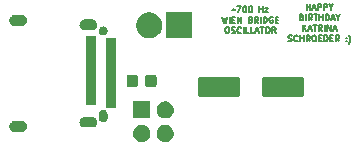
<source format=gts>
G04 #@! TF.GenerationSoftware,KiCad,Pcbnew,(5.1.0-47-g8a7e501fe)*
G04 #@! TF.CreationDate,2019-04-01T01:15:26-05:00*
G04 #@! TF.ProjectId,usb_c_wien_bridge,7573625f-635f-4776-9965-6e5f62726964,0.1a*
G04 #@! TF.SameCoordinates,Original*
G04 #@! TF.FileFunction,Soldermask,Top*
G04 #@! TF.FilePolarity,Negative*
%FSLAX46Y46*%
G04 Gerber Fmt 4.6, Leading zero omitted, Abs format (unit mm)*
G04 Created by KiCad (PCBNEW (5.1.0-47-g8a7e501fe)) date 2019-04-01 01:15:26*
%MOMM*%
%LPD*%
G04 APERTURE LIST*
%ADD10C,0.127000*%
%ADD11C,0.100000*%
G04 APERTURE END LIST*
D10*
X145110200Y-90511085D02*
X145134390Y-90486895D01*
X145182771Y-90462704D01*
X145279533Y-90511085D01*
X145327914Y-90486895D01*
X145352104Y-90462704D01*
X145497247Y-90196609D02*
X145835914Y-90196609D01*
X145618200Y-90704609D01*
X146126200Y-90196609D02*
X146174580Y-90196609D01*
X146222961Y-90220800D01*
X146247152Y-90244990D01*
X146271342Y-90293371D01*
X146295533Y-90390133D01*
X146295533Y-90511085D01*
X146271342Y-90607847D01*
X146247152Y-90656228D01*
X146222961Y-90680419D01*
X146174580Y-90704609D01*
X146126200Y-90704609D01*
X146077819Y-90680419D01*
X146053628Y-90656228D01*
X146029438Y-90607847D01*
X146005247Y-90511085D01*
X146005247Y-90390133D01*
X146029438Y-90293371D01*
X146053628Y-90244990D01*
X146077819Y-90220800D01*
X146126200Y-90196609D01*
X146610009Y-90196609D02*
X146658390Y-90196609D01*
X146706771Y-90220800D01*
X146730961Y-90244990D01*
X146755152Y-90293371D01*
X146779342Y-90390133D01*
X146779342Y-90511085D01*
X146755152Y-90607847D01*
X146730961Y-90656228D01*
X146706771Y-90680419D01*
X146658390Y-90704609D01*
X146610009Y-90704609D01*
X146561628Y-90680419D01*
X146537438Y-90656228D01*
X146513247Y-90607847D01*
X146489057Y-90511085D01*
X146489057Y-90390133D01*
X146513247Y-90293371D01*
X146537438Y-90244990D01*
X146561628Y-90220800D01*
X146610009Y-90196609D01*
X147384104Y-90704609D02*
X147384104Y-90196609D01*
X147384104Y-90438514D02*
X147674390Y-90438514D01*
X147674390Y-90704609D02*
X147674390Y-90196609D01*
X147867914Y-90365942D02*
X148134009Y-90365942D01*
X147867914Y-90704609D01*
X148134009Y-90704609D01*
X144239342Y-91085609D02*
X144360295Y-91593609D01*
X144457057Y-91230752D01*
X144553819Y-91593609D01*
X144674771Y-91085609D01*
X144868295Y-91593609D02*
X144868295Y-91085609D01*
X145110200Y-91327514D02*
X145279533Y-91327514D01*
X145352104Y-91593609D02*
X145110200Y-91593609D01*
X145110200Y-91085609D01*
X145352104Y-91085609D01*
X145569819Y-91593609D02*
X145569819Y-91085609D01*
X145860104Y-91593609D01*
X145860104Y-91085609D01*
X146658390Y-91327514D02*
X146730961Y-91351704D01*
X146755152Y-91375895D01*
X146779342Y-91424276D01*
X146779342Y-91496847D01*
X146755152Y-91545228D01*
X146730961Y-91569419D01*
X146682580Y-91593609D01*
X146489057Y-91593609D01*
X146489057Y-91085609D01*
X146658390Y-91085609D01*
X146706771Y-91109800D01*
X146730961Y-91133990D01*
X146755152Y-91182371D01*
X146755152Y-91230752D01*
X146730961Y-91279133D01*
X146706771Y-91303323D01*
X146658390Y-91327514D01*
X146489057Y-91327514D01*
X147287342Y-91593609D02*
X147118009Y-91351704D01*
X146997057Y-91593609D02*
X146997057Y-91085609D01*
X147190580Y-91085609D01*
X147238961Y-91109800D01*
X147263152Y-91133990D01*
X147287342Y-91182371D01*
X147287342Y-91254942D01*
X147263152Y-91303323D01*
X147238961Y-91327514D01*
X147190580Y-91351704D01*
X146997057Y-91351704D01*
X147505057Y-91593609D02*
X147505057Y-91085609D01*
X147746961Y-91593609D02*
X147746961Y-91085609D01*
X147867914Y-91085609D01*
X147940485Y-91109800D01*
X147988866Y-91158180D01*
X148013057Y-91206561D01*
X148037247Y-91303323D01*
X148037247Y-91375895D01*
X148013057Y-91472657D01*
X147988866Y-91521038D01*
X147940485Y-91569419D01*
X147867914Y-91593609D01*
X147746961Y-91593609D01*
X148521057Y-91109800D02*
X148472676Y-91085609D01*
X148400104Y-91085609D01*
X148327533Y-91109800D01*
X148279152Y-91158180D01*
X148254961Y-91206561D01*
X148230771Y-91303323D01*
X148230771Y-91375895D01*
X148254961Y-91472657D01*
X148279152Y-91521038D01*
X148327533Y-91569419D01*
X148400104Y-91593609D01*
X148448485Y-91593609D01*
X148521057Y-91569419D01*
X148545247Y-91545228D01*
X148545247Y-91375895D01*
X148448485Y-91375895D01*
X148762961Y-91327514D02*
X148932295Y-91327514D01*
X149004866Y-91593609D02*
X148762961Y-91593609D01*
X148762961Y-91085609D01*
X149004866Y-91085609D01*
X144626390Y-91974609D02*
X144723152Y-91974609D01*
X144771533Y-91998800D01*
X144819914Y-92047180D01*
X144844104Y-92143942D01*
X144844104Y-92313276D01*
X144819914Y-92410038D01*
X144771533Y-92458419D01*
X144723152Y-92482609D01*
X144626390Y-92482609D01*
X144578009Y-92458419D01*
X144529628Y-92410038D01*
X144505438Y-92313276D01*
X144505438Y-92143942D01*
X144529628Y-92047180D01*
X144578009Y-91998800D01*
X144626390Y-91974609D01*
X145037628Y-92458419D02*
X145110200Y-92482609D01*
X145231152Y-92482609D01*
X145279533Y-92458419D01*
X145303723Y-92434228D01*
X145327914Y-92385847D01*
X145327914Y-92337466D01*
X145303723Y-92289085D01*
X145279533Y-92264895D01*
X145231152Y-92240704D01*
X145134390Y-92216514D01*
X145086009Y-92192323D01*
X145061819Y-92168133D01*
X145037628Y-92119752D01*
X145037628Y-92071371D01*
X145061819Y-92022990D01*
X145086009Y-91998800D01*
X145134390Y-91974609D01*
X145255342Y-91974609D01*
X145327914Y-91998800D01*
X145835914Y-92434228D02*
X145811723Y-92458419D01*
X145739152Y-92482609D01*
X145690771Y-92482609D01*
X145618200Y-92458419D01*
X145569819Y-92410038D01*
X145545628Y-92361657D01*
X145521438Y-92264895D01*
X145521438Y-92192323D01*
X145545628Y-92095561D01*
X145569819Y-92047180D01*
X145618200Y-91998800D01*
X145690771Y-91974609D01*
X145739152Y-91974609D01*
X145811723Y-91998800D01*
X145835914Y-92022990D01*
X146053628Y-92482609D02*
X146053628Y-91974609D01*
X146537438Y-92482609D02*
X146295533Y-92482609D01*
X146295533Y-91974609D01*
X146948676Y-92482609D02*
X146706771Y-92482609D01*
X146706771Y-91974609D01*
X147093819Y-92337466D02*
X147335723Y-92337466D01*
X147045438Y-92482609D02*
X147214771Y-91974609D01*
X147384104Y-92482609D01*
X147480866Y-91974609D02*
X147771152Y-91974609D01*
X147626009Y-92482609D02*
X147626009Y-91974609D01*
X148037247Y-91974609D02*
X148134009Y-91974609D01*
X148182390Y-91998800D01*
X148230771Y-92047180D01*
X148254961Y-92143942D01*
X148254961Y-92313276D01*
X148230771Y-92410038D01*
X148182390Y-92458419D01*
X148134009Y-92482609D01*
X148037247Y-92482609D01*
X147988866Y-92458419D01*
X147940485Y-92410038D01*
X147916295Y-92313276D01*
X147916295Y-92143942D01*
X147940485Y-92047180D01*
X147988866Y-91998800D01*
X148037247Y-91974609D01*
X148762961Y-92482609D02*
X148593628Y-92240704D01*
X148472676Y-92482609D02*
X148472676Y-91974609D01*
X148666200Y-91974609D01*
X148714580Y-91998800D01*
X148738771Y-92022990D01*
X148762961Y-92071371D01*
X148762961Y-92143942D01*
X148738771Y-92192323D01*
X148714580Y-92216514D01*
X148666200Y-92240704D01*
X148472676Y-92240704D01*
X151387628Y-90514109D02*
X151387628Y-90006109D01*
X151387628Y-90248014D02*
X151677914Y-90248014D01*
X151677914Y-90514109D02*
X151677914Y-90006109D01*
X151895628Y-90368966D02*
X152137533Y-90368966D01*
X151847247Y-90514109D02*
X152016580Y-90006109D01*
X152185914Y-90514109D01*
X152355247Y-90514109D02*
X152355247Y-90006109D01*
X152548771Y-90006109D01*
X152597152Y-90030300D01*
X152621342Y-90054490D01*
X152645533Y-90102871D01*
X152645533Y-90175442D01*
X152621342Y-90223823D01*
X152597152Y-90248014D01*
X152548771Y-90272204D01*
X152355247Y-90272204D01*
X152863247Y-90514109D02*
X152863247Y-90006109D01*
X153056771Y-90006109D01*
X153105152Y-90030300D01*
X153129342Y-90054490D01*
X153153533Y-90102871D01*
X153153533Y-90175442D01*
X153129342Y-90223823D01*
X153105152Y-90248014D01*
X153056771Y-90272204D01*
X152863247Y-90272204D01*
X153468009Y-90272204D02*
X153468009Y-90514109D01*
X153298676Y-90006109D02*
X153468009Y-90272204D01*
X153637342Y-90006109D01*
X150988485Y-91137014D02*
X151061057Y-91161204D01*
X151085247Y-91185395D01*
X151109438Y-91233776D01*
X151109438Y-91306347D01*
X151085247Y-91354728D01*
X151061057Y-91378919D01*
X151012676Y-91403109D01*
X150819152Y-91403109D01*
X150819152Y-90895109D01*
X150988485Y-90895109D01*
X151036866Y-90919300D01*
X151061057Y-90943490D01*
X151085247Y-90991871D01*
X151085247Y-91040252D01*
X151061057Y-91088633D01*
X151036866Y-91112823D01*
X150988485Y-91137014D01*
X150819152Y-91137014D01*
X151327152Y-91403109D02*
X151327152Y-90895109D01*
X151859342Y-91403109D02*
X151690009Y-91161204D01*
X151569057Y-91403109D02*
X151569057Y-90895109D01*
X151762580Y-90895109D01*
X151810961Y-90919300D01*
X151835152Y-90943490D01*
X151859342Y-90991871D01*
X151859342Y-91064442D01*
X151835152Y-91112823D01*
X151810961Y-91137014D01*
X151762580Y-91161204D01*
X151569057Y-91161204D01*
X152004485Y-90895109D02*
X152294771Y-90895109D01*
X152149628Y-91403109D02*
X152149628Y-90895109D01*
X152464104Y-91403109D02*
X152464104Y-90895109D01*
X152464104Y-91137014D02*
X152754390Y-91137014D01*
X152754390Y-91403109D02*
X152754390Y-90895109D01*
X152996295Y-91403109D02*
X152996295Y-90895109D01*
X153117247Y-90895109D01*
X153189819Y-90919300D01*
X153238200Y-90967680D01*
X153262390Y-91016061D01*
X153286580Y-91112823D01*
X153286580Y-91185395D01*
X153262390Y-91282157D01*
X153238200Y-91330538D01*
X153189819Y-91378919D01*
X153117247Y-91403109D01*
X152996295Y-91403109D01*
X153480104Y-91257966D02*
X153722009Y-91257966D01*
X153431723Y-91403109D02*
X153601057Y-90895109D01*
X153770390Y-91403109D01*
X154036485Y-91161204D02*
X154036485Y-91403109D01*
X153867152Y-90895109D02*
X154036485Y-91161204D01*
X154205819Y-90895109D01*
X151073152Y-92292109D02*
X151073152Y-91784109D01*
X151363438Y-92292109D02*
X151145723Y-92001823D01*
X151363438Y-91784109D02*
X151073152Y-92074395D01*
X151556961Y-92146966D02*
X151798866Y-92146966D01*
X151508580Y-92292109D02*
X151677914Y-91784109D01*
X151847247Y-92292109D01*
X151944009Y-91784109D02*
X152234295Y-91784109D01*
X152089152Y-92292109D02*
X152089152Y-91784109D01*
X152693914Y-92292109D02*
X152524580Y-92050204D01*
X152403628Y-92292109D02*
X152403628Y-91784109D01*
X152597152Y-91784109D01*
X152645533Y-91808300D01*
X152669723Y-91832490D01*
X152693914Y-91880871D01*
X152693914Y-91953442D01*
X152669723Y-92001823D01*
X152645533Y-92026014D01*
X152597152Y-92050204D01*
X152403628Y-92050204D01*
X152911628Y-92292109D02*
X152911628Y-91784109D01*
X153153533Y-92292109D02*
X153153533Y-91784109D01*
X153443819Y-92292109D01*
X153443819Y-91784109D01*
X153661533Y-92146966D02*
X153903438Y-92146966D01*
X153613152Y-92292109D02*
X153782485Y-91784109D01*
X153951819Y-92292109D01*
X149839438Y-93156919D02*
X149912009Y-93181109D01*
X150032961Y-93181109D01*
X150081342Y-93156919D01*
X150105533Y-93132728D01*
X150129723Y-93084347D01*
X150129723Y-93035966D01*
X150105533Y-92987585D01*
X150081342Y-92963395D01*
X150032961Y-92939204D01*
X149936200Y-92915014D01*
X149887819Y-92890823D01*
X149863628Y-92866633D01*
X149839438Y-92818252D01*
X149839438Y-92769871D01*
X149863628Y-92721490D01*
X149887819Y-92697300D01*
X149936200Y-92673109D01*
X150057152Y-92673109D01*
X150129723Y-92697300D01*
X150637723Y-93132728D02*
X150613533Y-93156919D01*
X150540961Y-93181109D01*
X150492580Y-93181109D01*
X150420009Y-93156919D01*
X150371628Y-93108538D01*
X150347438Y-93060157D01*
X150323247Y-92963395D01*
X150323247Y-92890823D01*
X150347438Y-92794061D01*
X150371628Y-92745680D01*
X150420009Y-92697300D01*
X150492580Y-92673109D01*
X150540961Y-92673109D01*
X150613533Y-92697300D01*
X150637723Y-92721490D01*
X150855438Y-93181109D02*
X150855438Y-92673109D01*
X150855438Y-92915014D02*
X151145723Y-92915014D01*
X151145723Y-93181109D02*
X151145723Y-92673109D01*
X151677914Y-93181109D02*
X151508580Y-92939204D01*
X151387628Y-93181109D02*
X151387628Y-92673109D01*
X151581152Y-92673109D01*
X151629533Y-92697300D01*
X151653723Y-92721490D01*
X151677914Y-92769871D01*
X151677914Y-92842442D01*
X151653723Y-92890823D01*
X151629533Y-92915014D01*
X151581152Y-92939204D01*
X151387628Y-92939204D01*
X151992390Y-92673109D02*
X152089152Y-92673109D01*
X152137533Y-92697300D01*
X152185914Y-92745680D01*
X152210104Y-92842442D01*
X152210104Y-93011776D01*
X152185914Y-93108538D01*
X152137533Y-93156919D01*
X152089152Y-93181109D01*
X151992390Y-93181109D01*
X151944009Y-93156919D01*
X151895628Y-93108538D01*
X151871438Y-93011776D01*
X151871438Y-92842442D01*
X151895628Y-92745680D01*
X151944009Y-92697300D01*
X151992390Y-92673109D01*
X152427819Y-92915014D02*
X152597152Y-92915014D01*
X152669723Y-93181109D02*
X152427819Y-93181109D01*
X152427819Y-92673109D01*
X152669723Y-92673109D01*
X152887438Y-93181109D02*
X152887438Y-92673109D01*
X153008390Y-92673109D01*
X153080961Y-92697300D01*
X153129342Y-92745680D01*
X153153533Y-92794061D01*
X153177723Y-92890823D01*
X153177723Y-92963395D01*
X153153533Y-93060157D01*
X153129342Y-93108538D01*
X153080961Y-93156919D01*
X153008390Y-93181109D01*
X152887438Y-93181109D01*
X153395438Y-92915014D02*
X153564771Y-92915014D01*
X153637342Y-93181109D02*
X153395438Y-93181109D01*
X153395438Y-92673109D01*
X153637342Y-92673109D01*
X154145342Y-93181109D02*
X153976009Y-92939204D01*
X153855057Y-93181109D02*
X153855057Y-92673109D01*
X154048580Y-92673109D01*
X154096961Y-92697300D01*
X154121152Y-92721490D01*
X154145342Y-92769871D01*
X154145342Y-92842442D01*
X154121152Y-92890823D01*
X154096961Y-92915014D01*
X154048580Y-92939204D01*
X153855057Y-92939204D01*
X154750104Y-93132728D02*
X154774295Y-93156919D01*
X154750104Y-93181109D01*
X154725914Y-93156919D01*
X154750104Y-93132728D01*
X154750104Y-93181109D01*
X154750104Y-92866633D02*
X154774295Y-92890823D01*
X154750104Y-92915014D01*
X154725914Y-92890823D01*
X154750104Y-92866633D01*
X154750104Y-92915014D01*
X154943628Y-93374633D02*
X154967819Y-93350442D01*
X155016200Y-93277871D01*
X155040390Y-93229490D01*
X155064580Y-93156919D01*
X155088771Y-93035966D01*
X155088771Y-92939204D01*
X155064580Y-92818252D01*
X155040390Y-92745680D01*
X155016200Y-92697300D01*
X154967819Y-92624728D01*
X154943628Y-92600538D01*
D11*
G36*
X139556278Y-100249701D02*
G01*
X139612193Y-100266663D01*
X139693095Y-100291204D01*
X139819183Y-100358600D01*
X139929701Y-100449299D01*
X140020400Y-100559817D01*
X140087796Y-100685905D01*
X140107288Y-100750163D01*
X140129299Y-100822722D01*
X140143312Y-100965000D01*
X140129299Y-101107278D01*
X140107288Y-101179837D01*
X140087796Y-101244095D01*
X140020400Y-101370183D01*
X139929701Y-101480701D01*
X139819183Y-101571400D01*
X139693095Y-101638796D01*
X139628837Y-101658288D01*
X139556278Y-101680299D01*
X139449655Y-101690800D01*
X139378345Y-101690800D01*
X139271722Y-101680299D01*
X139199163Y-101658288D01*
X139134905Y-101638796D01*
X139008817Y-101571400D01*
X138898299Y-101480701D01*
X138807600Y-101370183D01*
X138740204Y-101244095D01*
X138720712Y-101179837D01*
X138698701Y-101107278D01*
X138684688Y-100965000D01*
X138698701Y-100822722D01*
X138720712Y-100750163D01*
X138740204Y-100685905D01*
X138807600Y-100559817D01*
X138898299Y-100449299D01*
X139008817Y-100358600D01*
X139134905Y-100291204D01*
X139215807Y-100266663D01*
X139271722Y-100249701D01*
X139378345Y-100239200D01*
X139449655Y-100239200D01*
X139556278Y-100249701D01*
X139556278Y-100249701D01*
G37*
G36*
X137556278Y-100249701D02*
G01*
X137612193Y-100266663D01*
X137693095Y-100291204D01*
X137819183Y-100358600D01*
X137929701Y-100449299D01*
X138020400Y-100559817D01*
X138087796Y-100685905D01*
X138107288Y-100750163D01*
X138129299Y-100822722D01*
X138143312Y-100965000D01*
X138129299Y-101107278D01*
X138107288Y-101179837D01*
X138087796Y-101244095D01*
X138020400Y-101370183D01*
X137929701Y-101480701D01*
X137819183Y-101571400D01*
X137693095Y-101638796D01*
X137628837Y-101658288D01*
X137556278Y-101680299D01*
X137449655Y-101690800D01*
X137378345Y-101690800D01*
X137271722Y-101680299D01*
X137199163Y-101658288D01*
X137134905Y-101638796D01*
X137008817Y-101571400D01*
X136898299Y-101480701D01*
X136807600Y-101370183D01*
X136740204Y-101244095D01*
X136720712Y-101179837D01*
X136698701Y-101107278D01*
X136684688Y-100965000D01*
X136698701Y-100822722D01*
X136720712Y-100750163D01*
X136740204Y-100685905D01*
X136807600Y-100559817D01*
X136898299Y-100449299D01*
X137008817Y-100358600D01*
X137134905Y-100291204D01*
X137215807Y-100266663D01*
X137271722Y-100249701D01*
X137378345Y-100239200D01*
X137449655Y-100239200D01*
X137556278Y-100249701D01*
X137556278Y-100249701D01*
G37*
G36*
X127342369Y-99930722D02*
G01*
X127342372Y-99930723D01*
X127427348Y-99956500D01*
X127505663Y-99998360D01*
X127574306Y-100054694D01*
X127630640Y-100123337D01*
X127672500Y-100201652D01*
X127683890Y-100239200D01*
X127698278Y-100286631D01*
X127706982Y-100375000D01*
X127698278Y-100463369D01*
X127695330Y-100473088D01*
X127672500Y-100548348D01*
X127630640Y-100626663D01*
X127574306Y-100695306D01*
X127505663Y-100751640D01*
X127427348Y-100793500D01*
X127352088Y-100816330D01*
X127342369Y-100819278D01*
X127276149Y-100825800D01*
X126631851Y-100825800D01*
X126565631Y-100819278D01*
X126555912Y-100816330D01*
X126480652Y-100793500D01*
X126402337Y-100751640D01*
X126333694Y-100695306D01*
X126277360Y-100626663D01*
X126235500Y-100548348D01*
X126212670Y-100473088D01*
X126209722Y-100463369D01*
X126201018Y-100375000D01*
X126209722Y-100286631D01*
X126224110Y-100239200D01*
X126235500Y-100201652D01*
X126277360Y-100123337D01*
X126333694Y-100054694D01*
X126402337Y-99998360D01*
X126480652Y-99956500D01*
X126565628Y-99930723D01*
X126565631Y-99930722D01*
X126631851Y-99924200D01*
X127276149Y-99924200D01*
X127342369Y-99930722D01*
X127342369Y-99930722D01*
G37*
G36*
X133292369Y-99570722D02*
G01*
X133292372Y-99570723D01*
X133377348Y-99596500D01*
X133455663Y-99638360D01*
X133524306Y-99694694D01*
X133580640Y-99763337D01*
X133622500Y-99841652D01*
X133640811Y-99902016D01*
X133648278Y-99926631D01*
X133656982Y-100015000D01*
X133648278Y-100103369D01*
X133648277Y-100103372D01*
X133622500Y-100188348D01*
X133580640Y-100266663D01*
X133524306Y-100335306D01*
X133455663Y-100391640D01*
X133377348Y-100433500D01*
X133325265Y-100449299D01*
X133292369Y-100459278D01*
X133226149Y-100465800D01*
X132581851Y-100465800D01*
X132515631Y-100459278D01*
X132482735Y-100449299D01*
X132430652Y-100433500D01*
X132352337Y-100391640D01*
X132283694Y-100335306D01*
X132227360Y-100266663D01*
X132185500Y-100188348D01*
X132159723Y-100103372D01*
X132159722Y-100103369D01*
X132151018Y-100015000D01*
X132159722Y-99926631D01*
X132167189Y-99902016D01*
X132185500Y-99841652D01*
X132227360Y-99763337D01*
X132283694Y-99694694D01*
X132352337Y-99638360D01*
X132430652Y-99596500D01*
X132515628Y-99570723D01*
X132515631Y-99570722D01*
X132581851Y-99564200D01*
X133226149Y-99564200D01*
X133292369Y-99570722D01*
X133292369Y-99570722D01*
G37*
G36*
X134227666Y-98964637D02*
G01*
X134227669Y-98964638D01*
X134227670Y-98964638D01*
X134298508Y-98986126D01*
X134363793Y-99021022D01*
X134363795Y-99021023D01*
X134363794Y-99021023D01*
X134421017Y-99067983D01*
X134463767Y-99120076D01*
X134467978Y-99125207D01*
X134502874Y-99190492D01*
X134502874Y-99190493D01*
X134524363Y-99261334D01*
X134529800Y-99316537D01*
X134529800Y-99653463D01*
X134524363Y-99708666D01*
X134524362Y-99708669D01*
X134524362Y-99708670D01*
X134502874Y-99779508D01*
X134467978Y-99844793D01*
X134467977Y-99844794D01*
X134421017Y-99902016D01*
X134386036Y-99930723D01*
X134363792Y-99948978D01*
X134298507Y-99983874D01*
X134227669Y-100005362D01*
X134227668Y-100005362D01*
X134227665Y-100005363D01*
X134154000Y-100012619D01*
X134080334Y-100005363D01*
X134080331Y-100005362D01*
X134080330Y-100005362D01*
X134009492Y-99983874D01*
X133944207Y-99948978D01*
X133916977Y-99926631D01*
X133886984Y-99902017D01*
X133840023Y-99844793D01*
X133838344Y-99841652D01*
X133805126Y-99779507D01*
X133783638Y-99708669D01*
X133783638Y-99708668D01*
X133783637Y-99708665D01*
X133778200Y-99653462D01*
X133778200Y-99316537D01*
X133783637Y-99261334D01*
X133788866Y-99244095D01*
X133805126Y-99190492D01*
X133840023Y-99125207D01*
X133854737Y-99107278D01*
X133886984Y-99067983D01*
X133944207Y-99021023D01*
X133944206Y-99021023D01*
X133944208Y-99021022D01*
X134009493Y-98986126D01*
X134080331Y-98964638D01*
X134080332Y-98964638D01*
X134080335Y-98964637D01*
X134154000Y-98957381D01*
X134227666Y-98964637D01*
X134227666Y-98964637D01*
G37*
G36*
X139556278Y-98249701D02*
G01*
X139628837Y-98271712D01*
X139693095Y-98291204D01*
X139819183Y-98358600D01*
X139929701Y-98449299D01*
X140020400Y-98559817D01*
X140087796Y-98685905D01*
X140107288Y-98750163D01*
X140129299Y-98822722D01*
X140143312Y-98965000D01*
X140129299Y-99107278D01*
X140123860Y-99125207D01*
X140087796Y-99244095D01*
X140020400Y-99370183D01*
X139929701Y-99480701D01*
X139819183Y-99571400D01*
X139693095Y-99638796D01*
X139644743Y-99653463D01*
X139556278Y-99680299D01*
X139449655Y-99690800D01*
X139378345Y-99690800D01*
X139271722Y-99680299D01*
X139183257Y-99653463D01*
X139134905Y-99638796D01*
X139008817Y-99571400D01*
X138898299Y-99480701D01*
X138807600Y-99370183D01*
X138740204Y-99244095D01*
X138704140Y-99125207D01*
X138698701Y-99107278D01*
X138684688Y-98965000D01*
X138698701Y-98822722D01*
X138720712Y-98750163D01*
X138740204Y-98685905D01*
X138807600Y-98559817D01*
X138898299Y-98449299D01*
X139008817Y-98358600D01*
X139134905Y-98291204D01*
X139199163Y-98271712D01*
X139271722Y-98249701D01*
X139378345Y-98239200D01*
X139449655Y-98239200D01*
X139556278Y-98249701D01*
X139556278Y-98249701D01*
G37*
G36*
X138139800Y-99690800D02*
G01*
X136688200Y-99690800D01*
X136688200Y-98239200D01*
X138139800Y-98239200D01*
X138139800Y-99690800D01*
X138139800Y-99690800D01*
G37*
G36*
X135214800Y-98835800D02*
G01*
X134413200Y-98835800D01*
X134413200Y-92934200D01*
X135214800Y-92934200D01*
X135214800Y-98835800D01*
X135214800Y-98835800D01*
G37*
G36*
X133514800Y-98585800D02*
G01*
X132713200Y-98585800D01*
X132713200Y-92684200D01*
X133514800Y-92684200D01*
X133514800Y-98585800D01*
X133514800Y-98585800D01*
G37*
G36*
X145599855Y-96181878D02*
G01*
X145643138Y-96195008D01*
X145683024Y-96216328D01*
X145717983Y-96245017D01*
X145746672Y-96279976D01*
X145767992Y-96319862D01*
X145781122Y-96363145D01*
X145785800Y-96410642D01*
X145785800Y-97645358D01*
X145781122Y-97692855D01*
X145767992Y-97736138D01*
X145746672Y-97776024D01*
X145717983Y-97810983D01*
X145683024Y-97839672D01*
X145643138Y-97860992D01*
X145599855Y-97874122D01*
X145552358Y-97878800D01*
X142417642Y-97878800D01*
X142370145Y-97874122D01*
X142326862Y-97860992D01*
X142286976Y-97839672D01*
X142252017Y-97810983D01*
X142223328Y-97776024D01*
X142202008Y-97736138D01*
X142188878Y-97692855D01*
X142184200Y-97645358D01*
X142184200Y-96410642D01*
X142188878Y-96363145D01*
X142202008Y-96319862D01*
X142223328Y-96279976D01*
X142252017Y-96245017D01*
X142286976Y-96216328D01*
X142326862Y-96195008D01*
X142370145Y-96181878D01*
X142417642Y-96177200D01*
X145552358Y-96177200D01*
X145599855Y-96181878D01*
X145599855Y-96181878D01*
G37*
G36*
X150999855Y-96181878D02*
G01*
X151043138Y-96195008D01*
X151083024Y-96216328D01*
X151117983Y-96245017D01*
X151146672Y-96279976D01*
X151167992Y-96319862D01*
X151181122Y-96363145D01*
X151185800Y-96410642D01*
X151185800Y-97645358D01*
X151181122Y-97692855D01*
X151167992Y-97736138D01*
X151146672Y-97776024D01*
X151117983Y-97810983D01*
X151083024Y-97839672D01*
X151043138Y-97860992D01*
X150999855Y-97874122D01*
X150952358Y-97878800D01*
X147817642Y-97878800D01*
X147770145Y-97874122D01*
X147726862Y-97860992D01*
X147686976Y-97839672D01*
X147652017Y-97810983D01*
X147623328Y-97776024D01*
X147602008Y-97736138D01*
X147588878Y-97692855D01*
X147584200Y-97645358D01*
X147584200Y-96410642D01*
X147588878Y-96363145D01*
X147602008Y-96319862D01*
X147623328Y-96279976D01*
X147652017Y-96245017D01*
X147686976Y-96216328D01*
X147726862Y-96195008D01*
X147770145Y-96181878D01*
X147817642Y-96177200D01*
X150952358Y-96177200D01*
X150999855Y-96181878D01*
X150999855Y-96181878D01*
G37*
G36*
X138513674Y-95998643D02*
G01*
X138554667Y-96011078D01*
X138592448Y-96031273D01*
X138625556Y-96058444D01*
X138652727Y-96091552D01*
X138672922Y-96129333D01*
X138685357Y-96170326D01*
X138689800Y-96215441D01*
X138689800Y-96824559D01*
X138685357Y-96869674D01*
X138672922Y-96910667D01*
X138652727Y-96948448D01*
X138625556Y-96981556D01*
X138592448Y-97008727D01*
X138554667Y-97028922D01*
X138513674Y-97041357D01*
X138468559Y-97045800D01*
X137934441Y-97045800D01*
X137889326Y-97041357D01*
X137848333Y-97028922D01*
X137810552Y-97008727D01*
X137777444Y-96981556D01*
X137750273Y-96948448D01*
X137730078Y-96910667D01*
X137717643Y-96869674D01*
X137713200Y-96824559D01*
X137713200Y-96215441D01*
X137717643Y-96170326D01*
X137730078Y-96129333D01*
X137750273Y-96091552D01*
X137777444Y-96058444D01*
X137810552Y-96031273D01*
X137848333Y-96011078D01*
X137889326Y-95998643D01*
X137934441Y-95994200D01*
X138468559Y-95994200D01*
X138513674Y-95998643D01*
X138513674Y-95998643D01*
G37*
G36*
X136938674Y-95998643D02*
G01*
X136979667Y-96011078D01*
X137017448Y-96031273D01*
X137050556Y-96058444D01*
X137077727Y-96091552D01*
X137097922Y-96129333D01*
X137110357Y-96170326D01*
X137114800Y-96215441D01*
X137114800Y-96824559D01*
X137110357Y-96869674D01*
X137097922Y-96910667D01*
X137077727Y-96948448D01*
X137050556Y-96981556D01*
X137017448Y-97008727D01*
X136979667Y-97028922D01*
X136938674Y-97041357D01*
X136893559Y-97045800D01*
X136359441Y-97045800D01*
X136314326Y-97041357D01*
X136273333Y-97028922D01*
X136235552Y-97008727D01*
X136202444Y-96981556D01*
X136175273Y-96948448D01*
X136155078Y-96910667D01*
X136142643Y-96869674D01*
X136138200Y-96824559D01*
X136138200Y-96215441D01*
X136142643Y-96170326D01*
X136155078Y-96129333D01*
X136175273Y-96091552D01*
X136202444Y-96058444D01*
X136235552Y-96031273D01*
X136273333Y-96011078D01*
X136314326Y-95998643D01*
X136359441Y-95994200D01*
X136893559Y-95994200D01*
X136938674Y-95998643D01*
X136938674Y-95998643D01*
G37*
G36*
X141689800Y-92921800D02*
G01*
X139488200Y-92921800D01*
X139488200Y-90720200D01*
X141689800Y-90720200D01*
X141689800Y-92921800D01*
X141689800Y-92921800D01*
G37*
G36*
X138370092Y-90762503D02*
G01*
X138570424Y-90845483D01*
X138750721Y-90965954D01*
X138904046Y-91119279D01*
X139024517Y-91299576D01*
X139107497Y-91499908D01*
X139149800Y-91712580D01*
X139149800Y-91929420D01*
X139107497Y-92142092D01*
X139024517Y-92342424D01*
X138904046Y-92522721D01*
X138750721Y-92676046D01*
X138570424Y-92796517D01*
X138370092Y-92879497D01*
X138157420Y-92921800D01*
X137940580Y-92921800D01*
X137727908Y-92879497D01*
X137527576Y-92796517D01*
X137347279Y-92676046D01*
X137193954Y-92522721D01*
X137073483Y-92342424D01*
X136990503Y-92142092D01*
X136948200Y-91929420D01*
X136948200Y-91712580D01*
X136990503Y-91499908D01*
X137073483Y-91299576D01*
X137193954Y-91119279D01*
X137347279Y-90965954D01*
X137527576Y-90845483D01*
X137727908Y-90762503D01*
X137940580Y-90720200D01*
X138157420Y-90720200D01*
X138370092Y-90762503D01*
X138370092Y-90762503D01*
G37*
G36*
X134263617Y-91923642D02*
G01*
X134332008Y-91951970D01*
X134393560Y-91993098D01*
X134445902Y-92045440D01*
X134487030Y-92106992D01*
X134515358Y-92175383D01*
X134529800Y-92247987D01*
X134529800Y-92322013D01*
X134515358Y-92394617D01*
X134487030Y-92463008D01*
X134445902Y-92524560D01*
X134393560Y-92576902D01*
X134332008Y-92618030D01*
X134263617Y-92646358D01*
X134191013Y-92660800D01*
X134116987Y-92660800D01*
X134044383Y-92646358D01*
X133975992Y-92618030D01*
X133914440Y-92576902D01*
X133862098Y-92524560D01*
X133820970Y-92463008D01*
X133792642Y-92394617D01*
X133778200Y-92322013D01*
X133778200Y-92247987D01*
X133792642Y-92175383D01*
X133820970Y-92106992D01*
X133862098Y-92045440D01*
X133914440Y-91993098D01*
X133975992Y-91951970D01*
X134044383Y-91923642D01*
X134116987Y-91909200D01*
X134191013Y-91909200D01*
X134263617Y-91923642D01*
X134263617Y-91923642D01*
G37*
G36*
X133292369Y-91310722D02*
G01*
X133292372Y-91310723D01*
X133377348Y-91336500D01*
X133455663Y-91378360D01*
X133524306Y-91434694D01*
X133580640Y-91503337D01*
X133622500Y-91581652D01*
X133642220Y-91646662D01*
X133648278Y-91666631D01*
X133656982Y-91755000D01*
X133648278Y-91843369D01*
X133645330Y-91853088D01*
X133622500Y-91928348D01*
X133580640Y-92006663D01*
X133524306Y-92075306D01*
X133455663Y-92131640D01*
X133377348Y-92173500D01*
X133302088Y-92196330D01*
X133292369Y-92199278D01*
X133226149Y-92205800D01*
X132581851Y-92205800D01*
X132515631Y-92199278D01*
X132505912Y-92196330D01*
X132430652Y-92173500D01*
X132352337Y-92131640D01*
X132283694Y-92075306D01*
X132227360Y-92006663D01*
X132185500Y-91928348D01*
X132162670Y-91853088D01*
X132159722Y-91843369D01*
X132151018Y-91755000D01*
X132159722Y-91666631D01*
X132165780Y-91646662D01*
X132185500Y-91581652D01*
X132227360Y-91503337D01*
X132283694Y-91434694D01*
X132352337Y-91378360D01*
X132430652Y-91336500D01*
X132515628Y-91310723D01*
X132515631Y-91310722D01*
X132581851Y-91304200D01*
X133226149Y-91304200D01*
X133292369Y-91310722D01*
X133292369Y-91310722D01*
G37*
G36*
X127342369Y-90950722D02*
G01*
X127342372Y-90950723D01*
X127427348Y-90976500D01*
X127505663Y-91018360D01*
X127574306Y-91074694D01*
X127630640Y-91143337D01*
X127672500Y-91221652D01*
X127695330Y-91296912D01*
X127698278Y-91306631D01*
X127706982Y-91395000D01*
X127698278Y-91483369D01*
X127698277Y-91483372D01*
X127672500Y-91568348D01*
X127630640Y-91646663D01*
X127574306Y-91715306D01*
X127505663Y-91771640D01*
X127427348Y-91813500D01*
X127352088Y-91836330D01*
X127342369Y-91839278D01*
X127276149Y-91845800D01*
X126631851Y-91845800D01*
X126565631Y-91839278D01*
X126555912Y-91836330D01*
X126480652Y-91813500D01*
X126402337Y-91771640D01*
X126333694Y-91715306D01*
X126277360Y-91646663D01*
X126235500Y-91568348D01*
X126209723Y-91483372D01*
X126209722Y-91483369D01*
X126201018Y-91395000D01*
X126209722Y-91306631D01*
X126212670Y-91296912D01*
X126235500Y-91221652D01*
X126277360Y-91143337D01*
X126333694Y-91074694D01*
X126402337Y-91018360D01*
X126480652Y-90976500D01*
X126565628Y-90950723D01*
X126565631Y-90950722D01*
X126631851Y-90944200D01*
X127276149Y-90944200D01*
X127342369Y-90950722D01*
X127342369Y-90950722D01*
G37*
M02*

</source>
